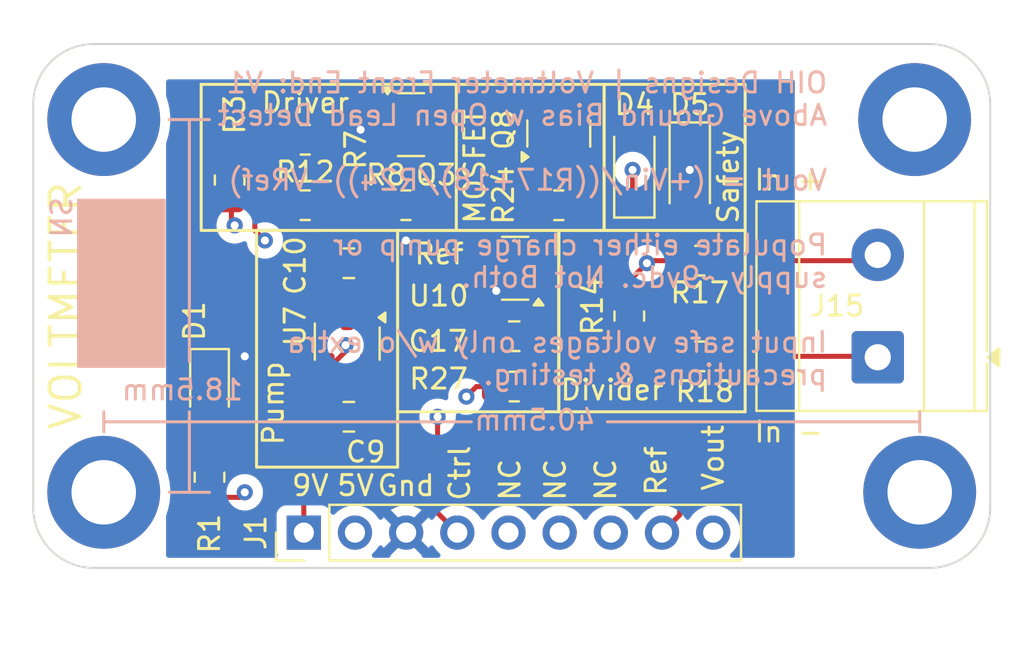
<source format=kicad_pcb>
(kicad_pcb (version 20241229) (generator "pcbnew") (generator_version "9.0")
  (layers (0 "F.Cu" signal) (4 "In1.Cu" signal) (6 "In2.Cu" signal) (2 "B.Cu" signal) (13 "F.Paste" user) (15 "B.Paste" user) (5 "F.SilkS" user "F.Silkscreen") (7 "B.SilkS" user "B.Silkscreen") (1 "F.Mask" user) (3 "B.Mask" user) (25 "Edge.Cuts" user))
  (net 0 "")
  (net 1 "GND")
  (net 2 "+9V")
  (net 3 "V_Input_REF")
  (net 4 "V_Input_Float")
  (net 5 "VDD")
  (net 6 "Net-(D1-A)")
  (net 7 "Net-(U7-C1-)")
  (net 8 "Net-(U7-C1+)")
  (net 9 "/ADC-1")
  (net 10 "/V Ref to ADS-0")
  (net 11 "Net-(Q8-D)")
  (net 12 "MOSFET_Ctrl")
  (net 13 "Net-(Q3-B)")
  (net 14 "/MOSFET_Gate")
  (footprint "Resistor_SMD:R_0805_2012Metric_Pad1.20x1.40mm_HandSolder" (layer "F.Cu") (at 114.3735 78.752)
    (property "Reference" "R27" (at -3.75 -0.381 0) (layer "F.SilkS"))
    (property "Value" "4.7K")
    (fp_line (start -0.227064 -0.735) (end 0.227064 -0.735) (stroke (width 0.12)) (layer "F.SilkS"))
    (fp_line (start -0.227064 0.735) (end 0.227064 0.735) (stroke (width 0.12)) (layer "F.SilkS"))
    (pad "1" smd roundrect (at -1 0) (size 1.2 1.4) (layers "F.Cu" "F.Mask" "F.Paste") (roundrect_rratio 0.208333) (net 5 "VDD"))
    (pad "2" smd roundrect (at 1 0) (size 1.2 1.4) (layers "F.Cu" "F.Mask" "F.Paste") (roundrect_rratio 0.208333) (net 10 "/V Ref to ADS-0"))
  )
  (footprint "Resistor_SMD:R_0805_2012Metric_Pad1.20x1.40mm_HandSolder" (layer "F.Cu") (at 123.586 77.252 180)
    (property "Reference" "R18" (at -0.25 -1.75 0) (layer "F.SilkS"))
    (property "Value" "499.0K")
    (fp_line (start -0.227064 0.735) (end 0.227064 0.735) (stroke (width 0.12)) (layer "F.SilkS"))
    (fp_line (start -0.227064 -0.735) (end 0.227064 -0.735) (stroke (width 0.12)) (layer "F.SilkS"))
    (pad "1" smd roundrect (at -1 0 180) (size 1.2 1.4) (layers "F.Cu" "F.Mask" "F.Paste") (roundrect_rratio 0.208333) (net 3 "V_Input_REF"))
    (pad "2" smd roundrect (at 1 0 180) (size 1.2 1.4) (layers "F.Cu" "F.Mask" "F.Paste") (roundrect_rratio 0.208333) (net 10 "/V Ref to ADS-0"))
  )
  (footprint "Resistor_SMD:R_0805_2012Metric_Pad1.20x1.40mm_HandSolder" (layer "F.Cu") (at 120.086 75.252 90)
    (property "Reference" "R14" (at 0.502 -1.836 270) (layer "F.SilkS"))
    (property "Value" "1M")
    (fp_line (start -0.227064 -0.735) (end 0.227064 -0.735) (stroke (width 0.12)) (layer "F.SilkS"))
    (fp_line (start -0.227064 0.735) (end 0.227064 0.735) (stroke (width 0.12)) (layer "F.SilkS"))
    (pad "1" smd roundrect (at -1 0 90) (size 1.2 1.4) (layers "F.Cu" "F.Mask" "F.Paste") (roundrect_rratio 0.208333) (net 10 "/V Ref to ADS-0"))
    (pad "2" smd roundrect (at 1 0 90) (size 1.2 1.4) (layers "F.Cu" "F.Mask" "F.Paste") (roundrect_rratio 0.208333) (net 9 "/ADC-1"))
  )
  (footprint "Package_TO_SOT_SMD:SOT-23" (layer "F.Cu") (at 114.419 72.88 180)
    (property "Reference" "U10" (at 3.7955 -1.372 0) (layer "F.SilkS"))
    (property "Value" "LM4040DBZ-2.5")
    (fp_line (start 0 1.56) (end 0.65 1.56) (stroke (width 0.12)) (layer "F.SilkS"))
    (fp_line (start 0 1.56) (end -0.65 1.56) (stroke (width 0.12)) (layer "F.SilkS"))
    (fp_line (start 0 -1.56) (end 0.65 -1.56) (stroke (width 0.12)) (layer "F.SilkS"))
    (fp_line (start 0 -1.56) (end -0.65 -1.56) (stroke (width 0.12)) (layer "F.SilkS"))
    (fp_poly (pts (xy -1.1625 -1.51) (xy -1.4025 -1.84) (xy -0.9225 -1.84) (xy -1.1625 -1.51)) (stroke (width 0.12)) (fill yes) (layer "F.SilkS"))
    (pad "1" smd roundrect (at -0.9375 -0.95 180) (size 1.475 0.6) (layers "F.Cu" "F.Mask" "F.Paste") (net 10 "/V Ref to ADS-0"))
    (pad "2" smd roundrect (at -0.9375 0.95 180) (size 1.475 0.6) (layers "F.Cu" "F.Mask" "F.Paste") (net 1 "GND"))
    (pad "3" smd roundrect (at 0.9375 0 180) (size 1.475 0.6) (layers "F.Cu" "F.Mask" "F.Paste") (net 1 "GND"))
  )
  (footprint "Capacitor_SMD:C_0805_2012Metric_Pad1.18x1.45mm_HandSolder" (layer "F.Cu") (at 106.1685 80.24994)
    (property "Reference" "C9" (at 0.8315 1.75006 0) (layer "F.SilkS"))
    (property "Value" "4.7uF")
    (fp_line (start -0.261252 -0.735) (end 0.261252 -0.735) (stroke (width 0.12)) (layer "F.SilkS"))
    (fp_line (start -0.261252 0.735) (end 0.261252 0.735) (stroke (width 0.12)) (layer "F.SilkS"))
    (pad "1" smd roundrect (at -1.0375 0) (size 1.175 1.45) (layers "F.Cu" "F.Mask" "F.Paste") (roundrect_rratio 0.212766) (net 7 "Net-(U7-C1-)"))
    (pad "2" smd roundrect (at 1.0375 0) (size 1.175 1.45) (layers "F.Cu" "F.Mask" "F.Paste") (roundrect_rratio 0.212766) (net 8 "Net-(U7-C1+)"))
  )
  (footprint "Resistor_SMD:R_0805_2012Metric_Pad1.20x1.40mm_HandSolder" (layer "F.Cu") (at 99.25 83.25 90)
    (property "Reference" "R1" (at -2.801 0 90) (layer "F.SilkS"))
    (property "Value" "1K")
    (fp_line (start -0.227064 -0.735) (end 0.227064 -0.735) (stroke (width 0.12)) (layer "F.SilkS"))
    (fp_line (start -0.227064 0.735) (end 0.227064 0.735) (stroke (width 0.12)) (layer "F.SilkS"))
    (pad "1" smd roundrect (at -1 0 90) (size 1.2 1.4) (layers "F.Cu" "F.Mask" "F.Paste") (roundrect_rratio 0.208333) (net 5 "VDD"))
    (pad "2" smd roundrect (at 1 0 90) (size 1.2 1.4) (layers "F.Cu" "F.Mask" "F.Paste") (roundrect_rratio 0.208333) (net 6 "Net-(D1-A)"))
  )
  (footprint "Resistor_SMD:R_0805_2012Metric_Pad1.20x1.40mm_HandSolder" (layer "F.Cu") (at 123.586 72.502 180)
    (property "Reference" "R17" (at 0 -1.595 0) (layer "F.SilkS"))
    (property "Value" "499.0K")
    (fp_line (start -0.227064 0.735) (end 0.227064 0.735) (stroke (width 0.12)) (layer "F.SilkS"))
    (fp_line (start -0.227064 -0.735) (end 0.227064 -0.735) (stroke (width 0.12)) (layer "F.SilkS"))
    (pad "1" smd roundrect (at -1 0 180) (size 1.2 1.4) (layers "F.Cu" "F.Mask" "F.Paste") (roundrect_rratio 0.208333) (net 4 "V_Input_Float"))
    (pad "2" smd roundrect (at 1 0 180) (size 1.2 1.4) (layers "F.Cu" "F.Mask" "F.Paste") (roundrect_rratio 0.208333) (net 9 "/ADC-1"))
  )
  (footprint "Resistor_SMD:R_0805_2012Metric_Pad1.20x1.40mm_HandSolder" (layer "F.Cu") (at 104 66.5)
    (property "Reference" "R7" (at 2.5 0.5 270) (layer "F.SilkS"))
    (property "Value" "22K")
    (fp_line (start -0.227064 -0.735) (end 0.227064 -0.735) (stroke (width 0.12)) (layer "F.SilkS"))
    (fp_line (start -0.227064 0.735) (end 0.227064 0.735) (stroke (width 0.12)) (layer "F.SilkS"))
    (pad "1" smd roundrect (at -1 0) (size 1.2 1.4) (layers "F.Cu" "F.Mask" "F.Paste") (roundrect_rratio 0.208333) (net 12 "MOSFET_Ctrl"))
    (pad "2" smd roundrect (at 1 0) (size 1.2 1.4) (layers "F.Cu" "F.Mask" "F.Paste") (roundrect_rratio 0.208333) (net 13 "Net-(Q3-B)"))
  )
  (footprint "Package_TO_SOT_SMD:SOT-23-5_HandSoldering" (layer "F.Cu") (at 106.086 76.51994 -90)
    (property "Reference" "U7" (at -0.76994 2.586 90) (layer "F.SilkS"))
    (property "Value" "MAX1683")
    (fp_line (start -0.9 1.61) (end 0.9 1.61) (stroke (width 0.12)) (layer "F.SilkS"))
    (fp_line (start 0.1 -1.61) (end -0.7 -1.61) (stroke (width 0.12)) (layer "F.SilkS"))
    (fp_line (start 0.1 -1.61) (end 0.9 -1.61) (stroke (width 0.12)) (layer "F.SilkS"))
    (fp_poly (pts (xy -1.2 -1.56) (xy -1.44 -1.89) (xy -0.96 -1.89) (xy -1.2 -1.56)) (stroke (width 0.12)) (fill yes) (layer "F.SilkS"))
    (pad "1" smd roundrect (at -1.35 -0.95 270) (size 1.56 0.65) (layers "F.Cu" "F.Mask" "F.Paste") (net 1 "GND"))
    (pad "2" smd roundrect (at -1.35 0 270) (size 1.56 0.65) (layers "F.Cu" "F.Mask" "F.Paste") (net 2 "+9V"))
    (pad "3" smd roundrect (at -1.35 0.95 270) (size 1.56 0.65) (layers "F.Cu" "F.Mask" "F.Paste") (net 7 "Net-(U7-C1-)"))
    (pad "4" smd roundrect (at 1.35 0.95 270) (size 1.56 0.65) (layers "F.Cu" "F.Mask" "F.Paste") (net 5 "VDD"))
    (pad "5" smd roundrect (at 1.35 -0.95 270) (size 1.56 0.65) (layers "F.Cu" "F.Mask" "F.Paste") (net 8 "Net-(U7-C1+)"))
  )
  (footprint "Resistor_SMD:R_0805_2012Metric_Pad1.20x1.40mm_HandSolder" (layer "F.Cu") (at 100.25 68.5 90)
    (property "Reference" "R3" (at 3.25 0.25 90) (layer "F.SilkS"))
    (property "Value" "10K")
    (fp_line (start -0.227064 -0.735) (end 0.227064 -0.735) (stroke (width 0.12)) (layer "F.SilkS"))
    (fp_line (start -0.227064 0.735) (end 0.227064 0.735) (stroke (width 0.12)) (layer "F.SilkS"))
    (pad "1" smd roundrect (at -1 0 90) (size 1.2 1.4) (layers "F.Cu" "F.Mask" "F.Paste") (roundrect_rratio 0.208333) (net 5 "VDD"))
    (pad "2" smd roundrect (at 1 0 90) (size 1.2 1.4) (layers "F.Cu" "F.Mask" "F.Paste") (roundrect_rratio 0.208333) (net 12 "MOSFET_Ctrl"))
  )
  (footprint "Package_TO_SOT_SMD:SOT-23" (layer "F.Cu") (at 109.25 65.75)
    (property "Reference" "Q3" (at 1.25 2.5 180) (layer "F.SilkS"))
    (property "Value" "MMBT3904")
    (fp_line (start 0 -1.56) (end -0.65 -1.56) (stroke (width 0.12)) (layer "F.SilkS"))
    (fp_line (start 0 -1.56) (end 0.65 -1.56) (stroke (width 0.12)) (layer "F.SilkS"))
    (fp_line (start 0 1.56) (end -0.65 1.56) (stroke (width 0.12)) (layer "F.SilkS"))
    (fp_line (start 0 1.56) (end 0.65 1.56) (stroke (width 0.12)) (layer "F.SilkS"))
    (fp_poly (pts (xy -1.1625 -1.51) (xy -1.4025 -1.84) (xy -0.9225 -1.84)) (stroke (width 0.12)) (fill yes) (layer "F.SilkS"))
    (pad "1" smd roundrect (at -0.9375 -0.95) (size 1.475 0.6) (layers "F.Cu" "F.Mask" "F.Paste") (net 13 "Net-(Q3-B)"))
    (pad "2" smd roundrect (at -0.9375 0.95) (size 1.475 0.6) (layers "F.Cu" "F.Mask" "F.Paste") (net 1 "GND"))
    (pad "3" smd roundrect (at 0.9375 0) (size 1.475 0.6) (layers "F.Cu" "F.Mask" "F.Paste") (net 14 "/MOSFET_Gate"))
  )
  (footprint "Resistor_SMD:R_0805_2012Metric_Pad1.20x1.40mm_HandSolder" (layer "F.Cu") (at 104 69.75)
    (property "Reference" "R12" (at 0 -1.65 0) (layer "F.SilkS"))
    (property "Value" "100K")
    (fp_line (start -0.227064 -0.735) (end 0.227064 -0.735) (stroke (width 0.12)) (layer "F.SilkS"))
    (fp_line (start -0.227064 0.735) (end 0.227064 0.735) (stroke (width 0.12)) (layer "F.SilkS"))
    (pad "1" smd roundrect (at -1 0) (size 1.2 1.4) (layers "F.Cu" "F.Mask" "F.Paste") (roundrect_rratio 0.208333) (net 1 "GND"))
    (pad "2" smd roundrect (at 1 0) (size 1.2 1.4) (layers "F.Cu" "F.Mask" "F.Paste") (roundrect_rratio 0.208333) (net 14 "/MOSFET_Gate"))
  )
  (footprint "Diode_SMD:D_SOD-123" (layer "F.Cu") (at 120.336 68.002 90)
    (property "Reference" "D4" (at 3.25 0 0) (layer "F.SilkS"))
    (property "Value" "D_Schottky")
    (fp_line (start -2.36 -1) (end 1.65 -1) (stroke (width 0.12)) (layer "F.SilkS"))
    (fp_line (start -2.36 -1) (end -2.36 1) (stroke (width 0.12)) (layer "F.SilkS"))
    (fp_line (start -2.36 1) (end 1.65 1) (stroke (width 0.12)) (layer "F.SilkS"))
    (pad "1" smd roundrect (at -1.65 0 90) (size 0.9 1.2) (layers "F.Cu" "F.Mask" "F.Paste") (net 5 "VDD"))
    (pad "2" smd roundrect (at 1.65 0 90) (size 0.9 1.2) (layers "F.Cu" "F.Mask" "F.Paste") (net 9 "/ADC-1"))
  )
  (footprint "Resistor_SMD:R_0805_2012Metric_Pad1.20x1.40mm_HandSolder" (layer "F.Cu") (at 116.586 69.752 180)
    (property "Reference" "R24" (at 2.75 0.5 90) (layer "F.SilkS"))
    (property "Value" "15K")
    (fp_line (start -0.227064 0.735) (end 0.227064 0.735) (stroke (width 0.12)) (layer "F.SilkS"))
    (fp_line (start -0.227064 -0.735) (end 0.227064 -0.735) (stroke (width 0.12)) (layer "F.SilkS"))
    (pad "1" smd roundrect (at -1 0 180) (size 1.2 1.4) (layers "F.Cu" "F.Mask" "F.Paste") (roundrect_rratio 0.208333) (net 11 "Net-(Q8-D)"))
    (pad "2" smd roundrect (at 1 0 180) (size 1.2 1.4) (layers "F.Cu" "F.Mask" "F.Paste") (roundrect_rratio 0.208333) (net 10 "/V Ref to ADS-0"))
  )
  (footprint "Capacitor_SMD:C_0805_2012Metric_Pad1.18x1.45mm_HandSolder" (layer "F.Cu") (at 106.1685 72.62994 180)
    (property "Reference" "C10" (at 2.6685 -0.12006 270) (layer "F.SilkS"))
    (property "Value" "4.7uF")
    (fp_line (start -0.261252 0.735) (end 0.261252 0.735) (stroke (width 0.12)) (layer "F.SilkS"))
    (fp_line (start -0.261252 -0.735) (end 0.261252 -0.735) (stroke (width 0.12)) (layer "F.SilkS"))
    (pad "1" smd roundrect (at -1.0375 0 180) (size 1.175 1.45) (layers "F.Cu" "F.Mask" "F.Paste") (roundrect_rratio 0.212766) (net 1 "GND"))
    (pad "2" smd roundrect (at 1.0375 0 180) (size 1.175 1.45) (layers "F.Cu" "F.Mask" "F.Paste") (roundrect_rratio 0.212766) (net 2 "+9V"))
  )
  (footprint "TerminalBlock_Phoenix:TerminalBlock_Phoenix_MKDS-3-2-5.08_1x02_P5.08mm_Horizontal" (layer "F.Cu") (at 132.4175 77.297 90)
    (property "Reference" "J15" (at 2.547 -2.0035 180) (layer "F.SilkS"))
    (property "Value" "Barrel_Jack")
    (fp_line (start 7.74 -6.02) (end 7.74 5.42) (stroke (width 0.12)) (layer "F.SilkS"))
    (fp_line (start -2.66 -6.02) (end 7.74 -6.02) (stroke (width 0.12)) (layer "F.SilkS"))
    (fp_line (start -2.66 -3.9) (end 7.74 -3.9) (stroke (width 0.12)) (layer "F.SilkS"))
    (fp_line (start -2.66 2.3) (end 7.74 2.3) (stroke (width 0.12)) (layer "F.SilkS"))
    (fp_line (start -2.66 4.8) (end 7.74 4.8) (stroke (width 0.12)) (layer "F.SilkS"))
    (fp_line (start 7.74 5.42) (end 0.3 5.42) (stroke (width 0.12)) (layer "F.SilkS"))
    (fp_line (start -0.3 5.42) (end -2.66 5.42) (stroke (width 0.12)) (layer "F.SilkS"))
    (fp_line (start -2.66 5.42) (end -2.66 -6.02) (stroke (width 0.12)) (layer "F.SilkS"))
    (fp_poly (pts (xy 0 5.42) (xy 0.44 6.03) (xy -0.44 6.03)) (stroke (width 0.12)) (fill yes) (layer "F.SilkS"))
    (pad "1" thru_hole roundrect (at 0 0 90) (size 2.6 2.6) (drill 1.3) (layers "*.Cu" "*.Mask") (roundrect_rratio 0.096154) (net 3 "V_Input_REF"))
    (pad "2" thru_hole circle (at 5.08 0 90) (size 2.6 2.6) (drill 1.3) (layers "*.Cu" "*.Mask") (net 4 "V_Input_Float"))
  )
  (footprint "MountingHole:MountingHole_3.2mm_M3_DIN965_Pad_TopBottom" (layer "F.Cu") (at 134.5 84)
    (property "Reference" "H3" (hide yes))
    (property "Value" "MountingHole")
    (pad "1" thru_hole circle (at 0 0) (size 3.6 3.6) (drill 3.2) (layers "*.Cu" "*.Mask"))
    (pad "1" connect circle (at 0 0) (size 5.6 5.6) (layers "F.Cu" "F.Mask"))
    (pad "1" connect circle (at 0 0) (size 5.6 5.6) (layers "B.Cu" "B.Mask"))
  )
  (footprint "Diode_SMD:D_SOD-123" (layer "F.Cu") (at 123.086 68.002 -90)
    (property "Reference" "D5" (at -3.25 0 0) (layer "F.SilkS"))
    (property "Value" "D_Schottky")
    (fp_line (start -2.36 1) (end 1.65 1) (stroke (width 0.12)) (layer "F.SilkS"))
    (fp_line (start -2.36 -1) (end -2.36 1) (stroke (width 0.12)) (layer "F.SilkS"))
    (fp_line (start -2.36 -1) (end 1.65 -1) (stroke (width 0.12)) (layer "F.SilkS"))
    (pad "1" smd roundrect (at -1.65 0 270) (size 0.9 1.2) (layers "F.Cu" "F.Mask" "F.Paste") (net 9 "/ADC-1"))
    (pad "2" smd roundrect (at 1.65 0 270) (size 0.9 1.2) (layers "F.Cu" "F.Mask" "F.Paste") (net 1 "GND"))
  )
  (footprint "Package_TO_SOT_SMD:SOT-23" (layer "F.Cu") (at 116.586 66.1895 90)
    (property "Reference" "Q8" (at 0.1875 -2.75 270) (layer "F.SilkS"))
    (property "Value" "AO3400A MOSFET")
    (fp_line (start 0 -1.56) (end 0.65 -1.56) (stroke (width 0.12)) (layer "F.SilkS"))
    (fp_line (start 0 -1.56) (end -0.65 -1.56) (stroke (width 0.12)) (layer "F.SilkS"))
    (fp_line (start 0 1.56) (end 0.65 1.56) (stroke (width 0.12)) (layer "F.SilkS"))
    (fp_line (start 0 1.56) (end -0.65 1.56) (stroke (width 0.12)) (layer "F.SilkS"))
    (fp_poly (pts (xy -1.1625 -1.51) (xy -1.4025 -1.84) (xy -0.9225 -1.84)) (stroke (width 0.12)) (fill yes) (layer "F.SilkS"))
    (pad "1" smd roundrect (at -0.9375 -0.95 90) (size 1.475 0.6) (layers "F.Cu" "F.Mask" "F.Paste") (net 14 "/MOSFET_Gate"))
    (pad "2" smd roundrect (at -0.9375 0.95 90) (size 1.475 0.6) (layers "F.Cu" "F.Mask" "F.Paste") (net 9 "/ADC-1"))
    (pad "3" smd roundrect (at 0.9375 0 90) (size 1.475 0.6) (layers "F.Cu" "F.Mask" "F.Paste") (net 11 "Net-(Q8-D)"))
  )
  (footprint "Resistor_SMD:R_0805_2012Metric_Pad1.20x1.40mm_HandSolder" (layer "F.Cu") (at 109 69.75)
    (property "Reference" "R8" (at -1 -1.5 180) (layer "F.SilkS"))
    (property "Value" "10K")
    (fp_line (start -0.227064 -0.735) (end 0.227064 -0.735) (stroke (width 0.12)) (layer "F.SilkS"))
    (fp_line (start -0.227064 0.735) (end 0.227064 0.735) (stroke (width 0.12)) (layer "F.SilkS"))
    (pad "1" smd roundrect (at -1 0) (size 1.2 1.4) (layers "F.Cu" "F.Mask" "F.Paste") (roundrect_rratio 0.208333) (net 14 "/MOSFET_Gate"))
    (pad "2" smd roundrect (at 1 0) (size 1.2 1.4) (layers "F.Cu" "F.Mask" "F.Paste") (roundrect_rratio 0.208333) (net 2 "+9V"))
  )
  (footprint "MountingHole:MountingHole_3.2mm_M3_DIN965_Pad_TopBottom" (layer "F.Cu") (at 134.25 65.5)
    (property "Reference" "H2" (hide yes))
    (property "Value" "MountingHole")
    (pad "1" thru_hole circle (at 0 0) (size 3.6 3.6) (drill 3.2) (layers "*.Cu" "*.Mask"))
    (pad "1" connect circle (at 0 0) (size 5.6 5.6) (layers "F.Cu" "F.Mask"))
    (pad "1" connect circle (at 0 0) (size 5.6 5.6) (layers "B.Cu" "B.Mask"))
  )
  (footprint "LED_SMD:LED_0805_2012Metric_Pad1.15x1.40mm_HandSolder" (layer "F.Cu") (at 99.25 78.75 -90)
    (property "Reference" "D1" (at -3.25 0.75 90) (layer "F.SilkS"))
    (property "Value" "LED")
    (fp_line (start -1.86 0.96) (end 1 0.96) (stroke (width 0.12)) (layer "F.SilkS"))
    (fp_line (start -1.86 -0.96) (end -1.86 0.96) (stroke (width 0.12)) (layer "F.SilkS"))
    (fp_line (start 1 -0.96) (end -1.86 -0.96) (stroke (width 0.12)) (layer "F.SilkS"))
    (pad "1" smd roundrect (at -1.025 0 270) (size 1.15 1.4) (layers "F.Cu" "F.Mask" "F.Paste") (roundrect_rratio 0.217391) (net 1 "GND"))
    (pad "2" smd roundrect (at 1.025 0 270) (size 1.15 1.4) (layers "F.Cu" "F.Mask" "F.Paste") (roundrect_rratio 0.217391) (net 6 "Net-(D1-A)"))
  )
  (footprint "MountingHole:MountingHole_3.2mm_M3_DIN965_Pad_TopBottom" (layer "F.Cu") (at 94 84)
    (property "Reference" "H4" (hide yes))
    (property "Value" "MountingHole")
    (pad "1" thru_hole circle (at 0 0) (size 3.6 3.6) (drill 3.2) (layers "*.Cu" "*.Mask"))
    (pad "1" connect circle (at 0 0) (size 5.6 5.6) (layers "F.Cu" "F.Mask"))
    (pad "1" connect circle (at 0 0) (size 5.6 5.6) (layers "B.Cu" "B.Mask"))
  )
  (footprint "Capacitor_SMD:C_0805_2012Metric_Pad1.18x1.45mm_HandSolder" (layer "F.Cu") (at 114.3735 76.252)
    (property "Reference" "C17" (at -3.7875 0.25 180) (layer "F.SilkS"))
    (property "Value" "0.1uF")
    (fp_line (start -0.261252 -0.735) (end 0.261252 -0.735) (stroke (width 0.12)) (layer "F.SilkS"))
    (fp_line (start -0.261252 0.735) (end 0.261252 0.735) (stroke (width 0.12)) (layer "F.SilkS"))
    (pad "1" smd roundrect (at -1.0375 0) (size 1.175 1.45) (layers "F.Cu" "F.Mask" "F.Paste") (roundrect_rratio 0.212766) (net 1 "GND"))
    (pad "2" smd roundrect (at 1.0375 0) (size 1.175 1.45) (layers "F.Cu" "F.Mask" "F.Paste") (roundrect_rratio 0.212766) (net 10 "/V Ref to ADS-0"))
  )
  (footprint "Connector_PinHeader_2.54mm:PinHeader_1x09_P2.54mm_Vertical" (layer "F.Cu") (at 103.93 86 90)
    (property "Reference" "J1" (at 0 -2.38 90) (layer "F.SilkS"))
    (property "Value" "Conn_01x09_Pin")
    (fp_line (start -1.38 -1.38) (end 0 -1.38) (stroke (width 0.12)) (layer "F.SilkS"))
    (fp_line (start -1.38 0) (end -1.38 -1.38) (stroke (width 0.12)) (layer "F.SilkS"))
    (fp_line (start 1.38 1.27) (end 1.38 21.7) (stroke (width 0.12)) (layer "F.SilkS"))
    (fp_line (start -1.38 1.27) (end 1.38 1.27) (stroke (width 0.12)) (layer "F.SilkS"))
    (fp_line (start -1.38 1.27) (end -1.38 21.7) (stroke (width 0.12)) (layer "F.SilkS"))
    (fp_line (start -1.38 21.7) (end 1.38 21.7) (stroke (width 0.12)) (layer "F.SilkS"))
    (pad "1" thru_hole rect (at 0 0 90) (size 1.7 1.7) (drill 1) (layers "*.Cu" "*.Mask") (net 2 "+9V"))
    (pad "2" thru_hole circle (at 0 2.54 90) (size 1.7 1.7) (drill 1) (layers "*.Cu" "*.Mask") (net 5 "VDD"))
    (pad "3" thru_hole circle (at 0 5.08 90) (size 1.7 1.7) (drill 1) (layers "*.Cu" "*.Mask") (net 1 "GND"))
    (pad "4" thru_hole circle (at 0 7.62 90) (size 1.7 1.7) (drill 1) (layers "*.Cu" "*.Mask") (net 12 "MOSFET_Ctrl"))
    (pad "5" thru_hole circle (at 0 10.16 90) (size 1.7 1.7) (drill 1) (layers "*.Cu" "*.Mask"))
    (pad "6" thru_hole circle (at 0 12.7 90) (size 1.7 1.7) (drill 1) (layers "*.Cu" "*.Mask"))
    (pad "7" thru_hole circle (at 0 15.24 90) (size 1.7 1.7) (drill 1) (layers "*.Cu" "*.Mask"))
    (pad "8" thru_hole circle (at 0 17.78 90) (size 1.7 1.7) (drill 1) (layers "*.Cu" "*.Mask") (net 10 "/V Ref to ADS-0"))
    (pad "9" thru_hole circle (at 0 20.32 90) (size 1.7 1.7) (drill 1) (layers "*.Cu" "*.Mask") (net 9 "/ADC-1"))
  )
  (footprint "MountingHole:MountingHole_3.2mm_M3_DIN965_Pad_TopBottom" (layer "F.Cu") (at 94 65.5)
    (property "Reference" "H1" (hide yes))
    (property "Value" "MountingHole")
    (pad "1" thru_hole circle (at 0 0) (size 3.6 3.6) (drill 3.2) (layers "*.Cu" "*.Mask"))
    (pad "1" connect circle (at 0 0) (size 5.6 5.6) (layers "F.Cu" "F.Mask"))
    (pad "1" connect circle (at 0 0) (size 5.6 5.6) (layers "B.Cu" "B.Mask"))
  )
  (gr_line (start 104.586 71.002) (end 101.586 71.002) (stroke (width 0.15)) (layer "F.SilkS"))
  (gr_rect (start 98.836 63.752) (end 118.836 71.002) (stroke (width 0.15)) (fill no) (layer "F.SilkS"))
  (gr_line (start 101.586 71.002) (end 101.586 82.75) (stroke (width 0.15)) (layer "F.SilkS"))
  (gr_line (start 108.586 80.002) (end 108.586 82.75) (stroke (width 0.15)) (layer "F.SilkS"))
  (gr_rect (start 118.836 63.752) (end 125.836 71.002) (stroke (width 0.15)) (fill no) (layer "F.SilkS"))
  (gr_line (start 111.5 71) (end 111.5 63.75) (stroke (width 0.15)) (layer "F.SilkS"))
  (gr_line (start 101.586 82.75) (end 108.586 82.75) (stroke (width 0.15)) (layer "F.SilkS"))
  (gr_rect (start 116.586 71.002) (end 125.836 80.002) (stroke (width 0.15)) (fill no) (layer "F.SilkS"))
  (gr_rect (start 108.586 71.002) (end 116.586 80.002) (stroke (width 0.15)) (fill no) (layer "F.SilkS"))
  (gr_line (start 125.836 80.002) (end 125.836 80.002) (stroke (width 0.15)) (layer "F.SilkS"))
  (gr_line (start 94 80) (end 94 81) (stroke (width 0.15)) (layer "B.SilkS"))
  (gr_rect (start 92.75 69.5) (end 97 77.75) (stroke (width 0.15)) (fill yes) (layer "B.SilkS"))
  (gr_line (start 134.5 81) (end 134.5 80) (stroke (width 0.15)) (layer "B.SilkS"))
  (gr_line (start 134.5 80.5) (end 119 80.5) (stroke (width 0.15)) (layer "B.SilkS"))
  (gr_line (start 94 80.5) (end 112.25 80.5) (stroke (width 0.15)) (layer "B.SilkS"))
  (gr_line (start 97.25 84) (end 99.25 84) (stroke (width 0.15)) (layer "B.SilkS"))
  (gr_line (start 98.25 77.5) (end 98.25 65.5) (stroke (width 0.15)) (layer "B.SilkS"))
  (gr_line (start 98.25 80) (end 98.25 84) (stroke (width 0.15)) (layer "B.SilkS"))
  (gr_line (start 97.25 65.5) (end 99.25 65.5) (stroke (width 0.15)) (layer "B.SilkS"))
  (gr_arc (start 135 61.75) (mid 137.12132 62.62868) (end 138 64.75) (stroke (width 0.1)) (layer "Edge.Cuts"))
  (gr_line (start 90.5 84.75) (end 90.5 64.75) (stroke (width 0.1)) (layer "Edge.Cuts"))
  (gr_arc (start 90.5 64.75) (mid 91.37868 62.62868) (end 93.5 61.75) (stroke (width 0.1)) (layer "Edge.Cuts"))
  (gr_arc (start 93.5 87.75) (mid 91.37868 86.87132) (end 90.5 84.75) (stroke (width 0.1)) (layer "Edge.Cuts"))
  (gr_line (start 135 87.75) (end 93.5 87.75) (stroke (width 0.1)) (layer "Edge.Cuts"))
  (gr_line (start 138 64.75) (end 138 84.75) (stroke (width 0.1)) (layer "Edge.Cuts"))
  (gr_line (start 93.5 61.75) (end 135 61.75) (stroke (width 0.1)) (layer "Edge.Cuts"))
  (gr_arc (start 138 84.75) (mid 137.12132 86.87132) (end 135 87.75) (stroke (width 0.1)) (layer "Edge.Cuts"))
  (gr_text "In -" (at 128 81 0) (layer "F.SilkS") (effects (font (size 1 1))))
  (gr_text "Divider" (at 116.586 79.502 0) (layer "F.SilkS") (effects (font (size 1 1)) (justify left bottom)))
  (gr_text "NC" (at 117 84.5 90) (layer "F.SilkS") (effects (font (size 1 1)) (justify left bottom)))
  (gr_text "Safety" (at 125.586 70.752 90) (layer "F.SilkS") (effects (font (size 1 1)) (justify left bottom)))
  (gr_text "In +" (at 128 68.5 0) (layer "F.SilkS") (effects (font (size 1 1))))
  (gr_text "MOSFET" (at 113 70.752 90) (layer "F.SilkS") (effects (font (size 1 1)) (justify left bottom)))
  (gr_text "5V" (at 105.5 84.25 0) (layer "F.SilkS") (effects (font (size 1 1)) (justify left bottom)))
  (gr_text "Vout" (at 124.836 84 90) (layer "F.SilkS") (effects (font (size 1 1)) (justify left bottom)))
  (gr_text "Gnd" (at 107.5 84.25 0) (layer "F.SilkS") (effects (font (size 1 1)) (justify left bottom)))
  (gr_text "VOLTMETER" (at 93 81 90) (layer "F.SilkS") (effects (font (size 1.5 1.5) (thickness 0.1875)) (justify left bottom)))
  (gr_text "Ref" (at 122 84.25 90) (layer "F.SilkS") (effects (font (size 1 1)) (justify left bottom)))
  (gr_text "NC" (at 119.5 84.5 90) (layer "F.SilkS") (effects (font (size 1 1)) (justify left bottom)))
  (gr_text "Driver" (at 101.75 65.25 0) (layer "F.SilkS") (effects (font (size 1 1)) (justify left bottom)))
  (gr_text "NC" (at 114.75 84.5 90) (layer "F.SilkS") (effects (font (size 1 1)) (justify left bottom)))
  (gr_text "Pump" (at 103 81.75 90) (layer "F.SilkS") (effects (font (size 1 1)) (justify left bottom)))
  (gr_text "9V" (at 103.25 84.25 0) (layer "F.SilkS") (effects (font (size 1 1)) (justify left bottom)))
  (gr_text "Ref" (at 109.336 72.752 0) (layer "F.SilkS") (effects (font (size 1 1)) (justify left bottom)))
  (gr_text "Ctrl" (at 112.25 84.5 90) (layer "F.SilkS") (effects (font (size 1 1)) (justify left bottom)))
  (gr_text "18.5mm" (at 101 79.5 0) (layer "B.SilkS") (effects (font (size 1 1)) (justify left bottom mirror)))
  (gr_text "40.5mm" (at 118.5 81 0) (layer "B.SilkS") (effects (font (size 1 1)) (justify left bottom mirror)))
  (gr_text "OIH Designs | Voltmeter Front End: V1\nAbove Ground Bias w Open Lead Detect\n\nVout = (+Vin/((R17+18)/R24))-VRef)\n\nPopulate either charge pump or \nsupply ~9vdc. Not Both.\n\nInput safe voltages only w/o extra \nprecautions & testing." (at 130 78.75 0) (layer "B.SilkS") (effects (font (size 1 1)) (justify left bottom mirror)))
  (gr_text "SN" (at 92.5 69.25 90) (layer "B.SilkS") (effects (font (size 1 1)) (justify left bottom mirror)))
  (segment (start 108.3125 66.7) (end 107.45 66.7) (width 0.25) (layer "F.Cu") (net 1))
  (segment (start 113.4815 74.002) (end 113.4815 76.1065) (width 0.25) (layer "F.Cu") (net 1))
  (segment (start 114.4315 71.93) (end 113.4815 72.88) (width 0.25) (layer "F.Cu") (net 1))
  (segment (start 107.87006 72.62994) (end 107.206 72.62994) (width 0.25) (layer "F.Cu") (net 1))
  (segment (start 100.525 77.725) (end 101 77.25) (width 0.25) (layer "F.Cu") (net 1))
  (segment (start 104.5 71.25) (end 105.82606 71.25) (width 0.25) (layer "F.Cu") (net 1))
  (segment (start 112.346 75.262) (end 113.336 76.252) (width 0.25) (layer "F.Cu") (net 1))
  (segment (start 123.086 69.652) (end 123.086 68) (width 0.25) (layer "F.Cu") (net 1))
  (segment (start 105.82606 71.25) (end 107.206 72.62994) (width 0.25) (layer "F.Cu") (net 1))
  (segment (start 99.25 77.725) (end 100.525 77.725) (width 0.25) (layer "F.Cu") (net 1))
  (segment (start 107.12806 75.262) (end 112.346 75.262) (width 0.25) (layer "F.Cu") (net 1))
  (segment (start 107.45 66.7) (end 106.75 66) (width 0.25) (layer "F.Cu") (net 1))
  (segment (start 113.4815 72.88) (end 113.4815 74.002) (width 0.25) (layer "F.Cu") (net 1))
  (segment (start 115.3565 71.93) (end 114.4315 71.93) (width 0.25) (layer "F.Cu") (net 1))
  (segment (start 109 71.5) (end 107.87006 72.62994) (width 0.25) (layer "F.Cu") (net 1))
  (segment (start 103 69.75) (end 104.5 71.25) (width 0.25) (layer "F.Cu") (net 1))
  (via (at 123.086 68) (size 0.8) (drill 0.4) (layers "F.Cu" "B.Cu") (net 1))
  (via (at 106.75 66) (size 0.8) (drill 0.4) (layers "F.Cu" "B.Cu") (net 1))
  (via (at 101 77.25) (size 0.8) (drill 0.4) (layers "F.Cu" "B.Cu") (net 1))
  (via (at 109 71.5) (size 0.8) (drill 0.4) (layers "F.Cu" "B.Cu") (net 1))
  (via (at 113.4815 74.002) (size 0.8) (drill 0.4) (layers "F.Cu" "B.Cu") (net 1))
  (segment (start 106.086 74.389941) (end 106.725941 73.75) (width 0.25) (layer "F.Cu") (net 2))
  (segment (start 106.725941 73.75) (end 108.5 73.75) (width 0.25) (layer "F.Cu") (net 2))
  (segment (start 103.41 76.25813) (end 103.93 75.73813) (width 0.25) (layer "F.Cu") (net 2))
  (segment (start 106.086 75.16994) (end 106.086 74.389941) (width 0.25) (layer "F.Cu") (net 2))
  (segment (start 103.93 75.73813) (end 103.93 73.83094) (width 0.25) (layer "F.Cu") (net 2))
  (segment (start 103.93 86) (end 103.93 79.68675) (width 0.25) (layer "F.Cu") (net 2))
  (segment (start 106.086 75.16994) (end 106.086 73.58494) (width 0.25) (layer "F.Cu") (net 2))
  (segment (start 103.93 79.68675) (end 103.41 79.16675) (width 0.25) (layer "F.Cu") (net 2))
  (segment (start 108.5 73.75) (end 110 72.25) (width 0.25) (layer "F.Cu") (net 2))
  (segment (start 106.086 73.58494) (end 105.131 72.62994) (width 0.25) (layer "F.Cu") (net 2))
  (segment (start 110 72.25) (end 110 69.75) (width 0.25) (layer "F.Cu") (net 2))
  (segment (start 103.41 79.16675) (end 103.41 76.25813) (width 0.25) (layer "F.Cu") (net 2))
  (segment (start 103.93 73.83094) (end 105.131 72.62994) (width 0.25) (layer "F.Cu") (net 2))
  (segment (start 124.586 77.252) (end 132.7085 77.252) (width 0.25) (layer "F.Cu") (net 3))
  (segment (start 124.586 72.502) (end 132.4685 72.502) (width 0.25) (layer "F.Cu") (net 4))
  (segment (start 99.25 84.25) (end 100.75 84.25) (width 0.25) (layer "F.Cu") (net 5))
  (segment (start 106 77.00594) (end 105.136 77.86994) (width 0.25) (layer "F.Cu") (net 5))
  (segment (start 112.498 78.752) (end 112 79.25) (width 0.25) (layer "F.Cu") (net 5))
  (segment (start 113.3735 78.752) (end 112.498 78.752) (width 0.25) (layer "F.Cu") (net 5))
  (segment (start 106 76.698843) (end 106 77.00594) (width 0.25) (layer "F.Cu") (net 5))
  (segment (start 120.25 69.566) (end 120.336 69.652) (width 0.25) (layer "F.Cu") (net 5))
  (segment (start 100.75 84.25) (end 101 84) (width 0.25) (layer "F.Cu") (net 5))
  (segment (start 100.336 69.302) (end 100.336 70.586) (width 0.25) (layer "F.Cu") (net 5))
  (segment (start 100.336 70.586) (end 100.5 70.75) (width 0.25) (layer "F.Cu") (net 5))
  (segment (start 120.25 68) (end 120.25 69.566) (width 0.25) (layer "F.Cu") (net 5))
  (via (at 100.5 70.75) (size 0.8) (drill 0.4) (layers "F.Cu" "B.Cu") (net 5))
  (via (at 120.25 68) (size 0.8) (drill 0.4) (layers "F.Cu" "B.Cu") (net 5))
  (via (at 101 84) (size 0.8) (drill 0.4) (layers "F.Cu" "B.Cu") (net 5))
  (via (at 112 79.25) (size 0.8) (drill 0.4) (layers "F.Cu" "B.Cu") (net 5))
  (via (at 106 76.698843) (size 0.8) (drill 0.4) (layers "F.Cu" "B.Cu") (net 5))
  (segment (start 99.25 82.25) (end 99.25 79.775) (width 0.25) (layer "F.Cu") (net 6))
  (segment (start 103.861 78.97994) (end 105.131 80.24994) (width 0.25) (layer "F.Cu") (net 7))
  (segment (start 103.861 76.44494) (end 103.861 78.97994) (width 0.25) (layer "F.Cu") (net 7))
  (segment (start 105.136 75.16994) (end 103.861 76.44494) (width 0.25) (layer "F.Cu") (net 7))
  (segment (start 107.036 77.86994) (end 107.036 80.07994) (width 0.25) (layer "F.Cu") (net 8))
  (segment (start 121.086 72.502) (end 122.586 72.502) (width 0.25) (layer "F.Cu") (net 9))
  (segment (start 120.086 74.252) (end 120.086 73.502) (width 0.25) (layer "F.Cu") (net 9))
  (segment (start 121.586 71.502) (end 121.586 67.602) (width 0.25) (layer "F.Cu") (net 9))
  (segment (start 122.586 72.502) (end 121.586 71.502) (width 0.25) (layer "F.Cu") (net 9))
  (segment (start 121.586 67.602) (end 120.336 66.352) (width 0.25) (layer "F.Cu") (net 9))
  (segment (start 123.086 66.352) (end 120.336 66.352) (width 0.25) (layer "F.Cu") (net 9))
  (segment (start 120.961 72.627) (end 121.086 72.502) (width 0.25) (layer "F.Cu") (net 9))
  (segment (start 120.086 73.502) (end 120.961 72.627) (width 0.25) (layer "F.Cu") (net 9))
  (segment (start 120.336 66.352) (end 118.311 66.352) (width 0.25) (layer "F.Cu") (net 9))
  (segment (start 118.311 66.352) (end 117.536 67.127) (width 0.25) (layer "F.Cu") (net 9))
  (via (at 120.961 72.627) (size 0.8) (drill 0.4) (layers "F.Cu" "B.Cu") (net 9))
  (segment (start 115.3565 73.83) (end 115.3565 76.1975) (width 0.25) (layer "F.Cu") (net 10))
  (segment (start 122.586 77.252) (end 122.586 85.124) (width 0.25) (layer "F.Cu") (net 10))
  (segment (start 115.411 76.252) (end 120.086 76.252) (width 0.25) (layer "F.Cu") (net 10))
  (segment (start 115.586 69.752) (end 116.42 70.586) (width 0.25) (layer "F.Cu") (net 10))
  (segment (start 122.586 85.124) (end 121.71 86) (width 0.25) (layer "F.Cu") (net 10))
  (segment (start 116.42 72.7665) (end 115.3565 73.83) (width 0.25) (layer "F.Cu") (net 10))
  (segment (start 115.411 76.252) (end 115.411 78.7145) (width 0.25) (layer "F.Cu") (net 10))
  (segment (start 121.086 77.252) (end 120.086 76.252) (width 0.25) (layer "F.Cu") (net 10))
  (segment (start 122.586 77.252) (end 121.086 77.252) (width 0.25) (layer "F.Cu") (net 10))
  (segment (start 116.42 70.586) (end 116.42 72.7665) (width 0.25) (layer "F.Cu") (net 10))
  (segment (start 116.586 68.752) (end 117.586 69.752) (width 0.25) (layer "F.Cu") (net 11))
  (segment (start 116.586 65.252) (end 116.586 68.752) (width 0.25) (layer "F.Cu") (net 11))
  (segment (start 102 71.5) (end 101.5 71) (width 0.25) (layer "F.Cu") (net 12))
  (segment (start 111.55 86) (end 110.571 85.021) (width 0.25) (layer "F.Cu") (net 12))
  (segment (start 101.5 71) (end 101.5 68.75) (width 0.25) (layer "F.Cu") (net 12))
  (segment (start 101.5 68.75) (end 100.25 67.5) (width 0.25) (layer "F.Cu") (net 12))
  (segment (start 101.25 66.5) (end 100.25 67.5) (width 0.25) (layer "F.Cu") (net 12))
  (segment (start 103 66.5) (end 101.25 66.5) (width 0.25) (layer "F.Cu") (net 12))
  (segment (start 110.571 85.021) (end 110.571 80.252) (width 0.25) (layer "F.Cu") (net 12))
  (via (at 102 71.5) (size 0.8) (drill 0.4) (layers "F.Cu" "B.Cu") (net 12))
  (via (at 110.571 80.252) (size 0.8) (drill 0.4) (layers "F.Cu" "B.Cu") (net 12))
  (segment (start 108.3125 64.8) (end 106.7 64.8) (width 0.25) (layer "F.Cu") (net 13))
  (segment (start 106.7 64.8) (end 105 66.5) (width 0.25) (layer "F.Cu") (net 13))
  (segment (start 110.1875 65.75) (end 114.259 65.75) (width 0.25) (layer "F.Cu") (net 14))
  (segment (start 108 68.5) (end 108 69.75) (width 0.25) (layer "F.Cu") (net 14))
  (segment (start 114.259 65.75) (end 115.636 67.127) (width 0.25) (layer "F.Cu") (net 14))
  (segment (start 108 69.75) (end 105 69.75) (width 0.25) (layer "F.Cu") (net 14))
  (segment (start 110.1875 65.75) (end 110.1875 66.3125) (width 0.25) (layer "F.Cu") (net 14))
  (segment (start 110.1875 66.3125) (end 108 68.5) (width 0.25) (layer "F.Cu") (net 14))
  (zone (net 1) (net_name "GND") (layer "B.Cu") (connect_pads (clearance 0.5)) (min_thickness 0.25) (fill yes (thermal_gap 0.5) (thermal_bridge_width 0.5))
    (polygon (pts (xy 128.3 63.502) (xy 128.3 87.252) (xy 97.094 87.252) (xy 97.094 63.502)))
  )
)
</source>
